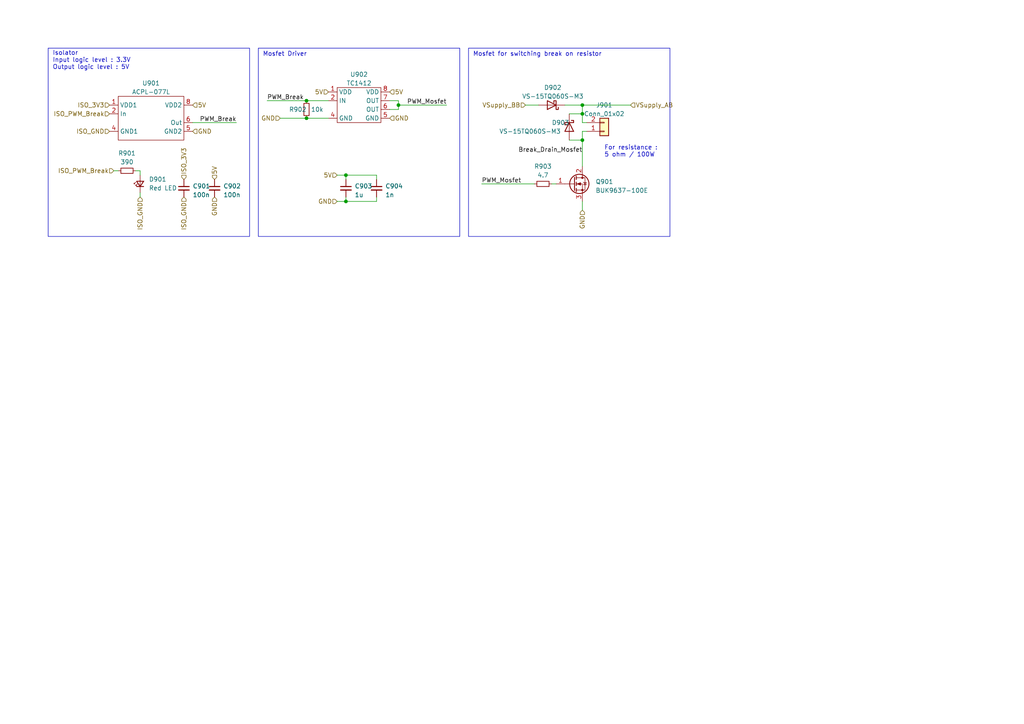
<source format=kicad_sch>
(kicad_sch (version 20250114) (generator "eeschema") (generator_version "9.0")
  (paper "A4")
  (title_block (title "AAP Inverter") (date "2023-05-01") (company "ENSEA"))
  (lib_symbols
    (symbol "Connector_Generic:Conn_01x02" (pin_names (offset 1.016) (hide yes))
      (property "Reference" "J" (at 0 2.54 0))
      (property "Value" "Conn_01x02" (at 0 -5.08 0))
      (symbol "Conn_01x02_1_1"
        (rectangle (start -1.27 1.27) (end 1.27 -3.81) (stroke (width 0.254)) (fill (type background)))
        (rectangle (start -1.27 0.127) (end 0 -0.127) (stroke (width 0.1524)))
        (rectangle (start -1.27 -2.413) (end 0 -2.667) (stroke (width 0.1524)))
        (pin passive line (at -5.08 0 0) (length 3.81) (name "Pin_1") (number "1"))
        (pin passive line (at -5.08 -2.54 0) (length 3.81) (name "Pin_2") (number "2"))
      )
    )
    (symbol "Custom:ACPL-077L"
      (property "Reference" "U" (at 6.35 -7.62 0))
      (property "Value" "ACPL-077L" (at 0 7.62 0))
      (symbol "ACPL-077L_0_1"
        (rectangle (start -10.16 6.35) (end 8.89 -6.35))
      )
      (symbol "ACPL-077L_1_1"
        (pin power_in line (at -12.7 3.81 0) (length 2.54) (name "VDD1") (number "1"))
        (pin input line (at -12.7 1.27 0) (length 2.54) (name "In") (number "2"))
        (pin no_connect line (at -12.7 -1.27 0) (length 2.54) (hide yes) (name "NC") (number "3"))
        (pin power_in line (at -12.7 -3.81 0) (length 2.54) (name "GND1") (number "4"))
        (pin power_in line (at 11.43 3.81 180) (length 2.54) (name "VDD2") (number "8"))
        (pin no_connect line (at 11.43 1.27 180) (length 2.54) (hide yes) (name "NC") (number "7"))
        (pin output line (at 11.43 -1.27 180) (length 2.54) (name "Out") (number "6"))
        (pin power_in line (at 11.43 -3.81 180) (length 2.54) (name "GND2") (number "5"))
      )
    )
    (symbol "Custom:TC1412"
      (property "Reference" "U" (at 3.81 -6.35 0))
      (property "Value" "TC1412" (at 0 6.35 0))
      (symbol "TC1412_0_1"
        (rectangle (start -6.35 5.08) (end 6.35 -5.08))
      )
      (symbol "TC1412_1_1"
        (pin power_in line (at -8.89 3.81 0) (length 2.54) (name "VDD") (number "1"))
        (pin input line (at -8.89 1.27 0) (length 2.54) (name "IN") (number "2"))
        (pin no_connect line (at -8.89 -1.27 0) (length 2.54) (hide yes) (name "NC") (number "3"))
        (pin power_in line (at -8.89 -3.81 0) (length 2.54) (name "GND") (number "4"))
        (pin power_in line (at 8.89 3.81 180) (length 2.54) (name "VDD") (number "8"))
        (pin passive line (at 8.89 1.27 180) (length 2.54) (name "OUT") (number "7"))
        (pin passive line (at 8.89 -1.27 180) (length 2.54) (name "OUT") (number "6"))
        (pin power_in line (at 8.89 -3.81 180) (length 2.54) (name "GND") (number "5"))
      )
    )
    (symbol "Device:C_Small" (pin_numbers (hide yes)) (pin_names (offset 0.254) (hide yes))
      (property "Reference" "C" (at 0.254 1.778 0))
      (property "Value" "C_Small" (at 0.254 -2.032 0))
      (symbol "C_Small_0_1"
        (polyline (pts (xy -1.524 0.508) (xy 1.524 0.508)) (stroke (width 0.3048)))
        (polyline (pts (xy -1.524 -0.508) (xy 1.524 -0.508)) (stroke (width 0.3302)))
      )
      (symbol "C_Small_1_1"
        (pin passive line (at 0 2.54 270) (length 2.032) (name "~") (number "1"))
        (pin passive line (at 0 -2.54 90) (length 2.032) (name "~") (number "2"))
      )
    )
    (symbol "Device:D_Schottky" (pin_numbers (hide yes)) (pin_names (offset 1.016) (hide yes))
      (property "Reference" "D902" (at -0.3175 -5.08 0))
      (property "Value" "VS-15TQ060S-M3" (at -0.3175 -2.54 0))
      (symbol "D_Schottky_0_1"
        (polyline (pts (xy -1.905 0.635) (xy -1.905 1.27) (xy -1.27 1.27) (xy -1.27 -1.27) (xy -0.635 -1.27) (xy -0.635 -0.635)) (stroke (width 0.254)))
        (polyline (pts (xy 1.27 1.27) (xy 1.27 -1.27) (xy -1.27 0) (xy 1.27 1.27)) (stroke (width 0.254)))
        (polyline (pts (xy 1.27 0) (xy -1.27 0)))
      )
      (symbol "D_Schottky_1_1"
        (pin passive line (at -3.81 0 0) (length 2.54) (name "K") (number "2"))
        (pin passive line (at 3.81 0 180) (length 2.54) (name "A") (number "3"))
      )
    )
    (symbol "Device:LED_Small" (pin_numbers (hide yes)) (pin_names (offset 0.254) (hide yes))
      (property "Reference" "D" (at -1.27 3.175 0))
      (property "Value" "LED_Small" (at -4.445 -2.54 0))
      (symbol "LED_Small_0_1"
        (polyline (pts (xy -0.762 -1.016) (xy -0.762 1.016)) (stroke (width 0.254)))
        (polyline (pts (xy 0 0.762) (xy -0.508 1.27) (xy -0.254 1.27) (xy -0.508 1.27) (xy -0.508 1.016)))
        (polyline (pts (xy 0.508 1.27) (xy 0 1.778) (xy 0.254 1.778) (xy 0 1.778) (xy 0 1.524)))
        (polyline (pts (xy 0.762 -1.016) (xy -0.762 0) (xy 0.762 1.016) (xy 0.762 -1.016)) (stroke (width 0.254)))
        (polyline (pts (xy 1.016 0) (xy -0.762 0)))
      )
      (symbol "LED_Small_1_1"
        (pin passive line (at -2.54 0 0) (length 1.778) (name "K") (number "1"))
        (pin passive line (at 2.54 0 180) (length 1.778) (name "A") (number "2"))
      )
    )
    (symbol "Device:R_Small" (pin_numbers (hide yes)) (pin_names (offset 0.254) (hide yes))
      (property "Reference" "R" (at 0.762 0.508 0))
      (property "Value" "R_Small" (at 0.762 -1.016 0))
      (symbol "R_Small_0_1"
        (rectangle (start -0.762 1.778) (end 0.762 -1.778) (stroke (width 0.2032)))
      )
      (symbol "R_Small_1_1"
        (pin passive line (at 0 2.54 270) (length 0.762) (name "~") (number "1"))
        (pin passive line (at 0 -2.54 90) (length 0.762) (name "~") (number "2"))
      )
    )
    (symbol "Transistor_FET:IRFS4229" (pin_names (hide yes))
      (property "Reference" "Q" (at 5.08 1.905 0))
      (property "Value" "IRFS4229" (at 5.08 0 0))
      (symbol "IRFS4229_0_1"
        (polyline (pts (xy 0.254 1.905) (xy 0.254 -1.905)) (stroke (width 0.254)))
        (polyline (pts (xy 0.254 0) (xy -2.54 0)))
        (polyline (pts (xy 0.762 2.286) (xy 0.762 1.27)) (stroke (width 0.254)))
        (polyline (pts (xy 0.762 0.508) (xy 0.762 -0.508)) (stroke (width 0.254)))
        (polyline (pts (xy 0.762 -1.27) (xy 0.762 -2.286)) (stroke (width 0.254)))
        (polyline (pts (xy 0.762 -1.778) (xy 3.302 -1.778) (xy 3.302 1.778) (xy 0.762 1.778)))
        (polyline (pts (xy 1.016 0) (xy 2.032 0.381) (xy 2.032 -0.381) (xy 1.016 0)) (fill (type outline)))
        (circle (center 1.651 0) (radius 2.794) (stroke (width 0.254)))
        (polyline (pts (xy 2.54 2.54) (xy 2.54 1.778)))
        (circle (center 2.54 1.778) (radius 0.254) (fill (type outline)))
        (circle (center 2.54 -1.778) (radius 0.254) (fill (type outline)))
        (polyline (pts (xy 2.54 -2.54) (xy 2.54 0) (xy 0.762 0)))
        (polyline (pts (xy 2.794 0.508) (xy 2.921 0.381) (xy 3.683 0.381) (xy 3.81 0.254)))
        (polyline (pts (xy 3.302 0.381) (xy 2.921 -0.254) (xy 3.683 -0.254) (xy 3.302 0.381)))
      )
      (symbol "IRFS4229_1_1"
        (pin passive line (at -5.08 0 0) (length 2.54) (name "G") (number "1"))
        (pin passive line (at 2.54 5.08 270) (length 2.54) (name "D") (number "2"))
        (pin passive line (at 2.54 -5.08 90) (length 2.54) (name "S") (number "3"))
      )
    )
  )
  (rectangle (start 74.93 13.97) (end 133.35 68.58))
  (rectangle (start 13.97 13.97) (end 72.39 68.58))
  (rectangle (start 135.89 13.97) (end 194.31 68.58))
  (text "Isolator\nInput logic level : 3.3V\nOutput logic level : 5V" (at 15.24 20.32 0) (effects (font (size 1.27 1.27)) (justify left bottom)))
  (text "For resistance :\n5 ohm / 100W" (at 175.26 45.72 0) (effects (font (size 1.27 1.27)) (justify left bottom)))
  (text "Mosfet for switching break on resistor" (at 137.16 16.51 0) (effects (font (size 1.27 1.27)) (justify left bottom)))
  (text "Mosfet Driver" (at 76.2 16.51 0) (effects (font (size 1.27 1.27)) (justify left bottom)))
  (junction (at 115.57 30.48))
  (junction (at 168.91 33.02))
  (junction (at 168.91 40.64))
  (junction (at 88.9 29.21))
  (junction (at 100.33 58.42))
  (junction (at 168.91 30.48))
  (junction (at 88.9 34.29))
  (junction (at 100.33 50.8))
  (wire (pts (xy 115.57 29.21) (xy 115.57 30.48)))
  (wire (pts (xy 170.18 35.56) (xy 168.91 35.56)))
  (wire (pts (xy 163.83 30.48) (xy 168.91 30.48)))
  (wire (pts (xy 100.33 50.8) (xy 109.22 50.8)))
  (wire (pts (xy 81.28 34.29) (xy 88.9 34.29)))
  (wire (pts (xy 168.91 38.1) (xy 168.91 40.64)))
  (wire (pts (xy 115.57 30.48) (xy 129.54 30.48)))
  (wire (pts (xy 152.4 30.48) (xy 156.21 30.48)))
  (wire (pts (xy 97.79 50.8) (xy 100.33 50.8)))
  (wire (pts (xy 88.9 34.29) (xy 95.25 34.29)))
  (wire (pts (xy 165.1 33.02) (xy 168.91 33.02)))
  (wire (pts (xy 115.57 30.48) (xy 115.57 31.75)))
  (wire (pts (xy 168.91 40.64) (xy 168.91 48.26)))
  (wire (pts (xy 109.22 58.42) (xy 109.22 57.15)))
  (wire (pts (xy 40.64 50.8) (xy 40.64 49.53)))
  (wire (pts (xy 55.88 35.56) (xy 68.58 35.56)))
  (wire (pts (xy 100.33 57.15) (xy 100.33 58.42)))
  (wire (pts (xy 168.91 33.02) (xy 168.91 35.56)))
  (wire (pts (xy 40.64 55.88) (xy 40.64 57.15)))
  (wire (pts (xy 100.33 50.8) (xy 100.33 52.07)))
  (wire (pts (xy 100.33 58.42) (xy 109.22 58.42)))
  (wire (pts (xy 168.91 30.48) (xy 168.91 33.02)))
  (wire (pts (xy 77.47 29.21) (xy 88.9 29.21)))
  (wire (pts (xy 33.02 49.53) (xy 34.29 49.53)))
  (wire (pts (xy 160.02 53.34) (xy 161.29 53.34)))
  (wire (pts (xy 168.91 30.48) (xy 182.88 30.48)))
  (wire (pts (xy 88.9 29.21) (xy 95.25 29.21)))
  (wire (pts (xy 165.1 40.64) (xy 168.91 40.64)))
  (wire (pts (xy 168.91 58.42) (xy 168.91 60.96)))
  (wire (pts (xy 39.37 49.53) (xy 40.64 49.53)))
  (wire (pts (xy 170.18 38.1) (xy 168.91 38.1)))
  (wire (pts (xy 113.03 31.75) (xy 115.57 31.75)))
  (wire (pts (xy 97.79 58.42) (xy 100.33 58.42)))
  (wire (pts (xy 139.7 53.34) (xy 154.94 53.34)))
  (wire (pts (xy 109.22 50.8) (xy 109.22 52.07)))
  (wire (pts (xy 113.03 29.21) (xy 115.57 29.21)))
  (label "PWM_Break" (at 68.58 35.56 180))
  (label "PWM_Mosfet" (at 139.7 53.34 0))
  (label "PWM_Break" (at 77.47 29.21 0))
  (label "PWM_Mosfet" (at 129.54 30.48 180))
  (label "Break_Drain_Mosfet" (at 168.91 44.45 180))
  (hierarchical_label "ISO_3V3" (shape input) (at 31.75 30.48 180))
  (hierarchical_label "GND" (shape input) (at 62.23 57.15 270))
  (hierarchical_label "GND" (shape input) (at 113.03 34.29 0))
  (hierarchical_label "5V" (shape input) (at 113.03 26.67 0))
  (hierarchical_label "5V" (shape input) (at 55.88 30.48 0))
  (hierarchical_label "GND" (shape input) (at 97.79 58.42 180))
  (hierarchical_label "VSupply_AB" (shape input) (at 182.88 30.48 0))
  (hierarchical_label "GND" (shape input) (at 168.91 60.96 270))
  (hierarchical_label "5V" (shape input) (at 97.79 50.8 180))
  (hierarchical_label "5V" (shape input) (at 62.23 52.07 90))
  (hierarchical_label "ISO_GND" (shape input) (at 40.64 57.15 270))
  (hierarchical_label "ISO_PWM_Break" (shape input) (at 33.02 49.53 180))
  (hierarchical_label "GND" (shape input) (at 81.28 34.29 180))
  (hierarchical_label "ISO_GND" (shape input) (at 31.75 38.1 180))
  (hierarchical_label "GND" (shape input) (at 55.88 38.1 0))
  (hierarchical_label "5V" (shape input) (at 95.25 26.67 180))
  (hierarchical_label "ISO_3V3" (shape input) (at 53.34 52.07 90))
  (hierarchical_label "ISO_GND" (shape input) (at 53.34 57.15 270))
  (hierarchical_label "ISO_PWM_Break" (shape input) (at 31.75 33.02 180))
  (hierarchical_label "VSupply_BB" (shape input) (at 152.4 30.48 180))
  (symbol (lib_id "Custom:TC1412") (at 104.14 30.48 0) (unit 1)
    (property "Reference" "U902" (at 104.14 21.59 0))
    (property "Value" "TC1412" (at 104.14 24.13 0))
    (property "Footprint" "Package_SO:SOIC-8_3.9x4.9mm_P1.27mm" (effects (hide yes)))
    (property "Fournisseur" "RS" (effects (hide yes)))
    (property "MFR" "TC1412NEOA" (effects (hide yes)))
    (property "Ref" "1834898" (effects (hide yes)))
  )
  (symbol (lib_id "Device:R_Small") (at 157.48 53.34 90) (unit 1)
    (property "Reference" "R903" (at 157.48 48.26 90))
    (property "Value" "4.7" (at 157.48 50.8 90))
    (property "Footprint" "Resistor_SMD:R_1206_3216Metric" (effects (hide yes)))
    (property "Fournisseur" "Stock" (effects (hide yes)))
  )
  (symbol (lib_id "Device:C_Small") (at 100.33 54.61 0) (unit 1)
    (property "Reference" "C903" (at 102.87 53.9813 0) (effects (justify left)))
    (property "Value" "1u" (at 102.87 56.5213 0) (effects (justify left)))
    (property "Footprint" "Capacitor_SMD:C_0402_1005Metric" (effects (hide yes)))
    (property "Fournisseur" "Wurth" (effects (hide yes)))
    (property "MFR" "885 012 105 012" (effects (hide yes)))
  )
  (symbol (lib_id "Device:C_Small") (at 53.34 54.61 0) (unit 1)
    (property "Reference" "C901" (at 55.88 53.9813 0) (effects (justify left)))
    (property "Value" "100n" (at 55.88 56.5213 0) (effects (justify left)))
    (property "Footprint" "Capacitor_SMD:C_0402_1005Metric" (effects (hide yes)))
    (property "Fournisseur" "Wurth" (effects (hide yes)))
    (property "MFR" "885 012 105 018" (effects (hide yes)))
  )
  (symbol (lib_id "Device:D_Schottky") (at 160.02 30.48 180) (unit 1)
    (property "Reference" "D902" (at 160.3375 25.4 0))
    (property "Value" "VS-15TQ060S-M3" (at 160.3375 27.94 0))
    (property "Footprint" "Package_TO_SOT_SMD:TO-263-2" (effects (hide yes)))
    (property "Datasheet" "https://www.vishay.com/docs/94927/vs-15tq060s-m3.pdf" (effects (hide yes)))
    (property "Fournisseur" "Farnell" (effects (hide yes)))
    (property "MFR" "VS-15TQ060S-M3" (effects (hide yes)))
    (property "Ref" "2909608" (effects (hide yes)))
  )
  (symbol (lib_id "Device:D_Schottky") (at 165.1 36.83 270) (unit 1)
    (property "Reference" "D903" (at 160.02 35.56 90) (effects (justify left)))
    (property "Value" "VS-15TQ060S-M3" (at 144.78 38.1 90) (effects (justify left)))
    (property "Footprint" "Package_TO_SOT_SMD:TO-263-2" (effects (hide yes)))
    (property "Datasheet" "https://www.vishay.com/docs/94927/vs-15tq060s-m3.pdf" (effects (hide yes)))
    (property "Fournisseur" "Farnell" (effects (hide yes)))
    (property "MFR" "VS-15TQ060S-M3" (effects (hide yes)))
    (property "Ref" "2909608" (effects (hide yes)))
  )
  (symbol (lib_id "Device:LED_Small") (at 40.64 53.34 90) (unit 1)
    (property "Reference" "D901" (at 43.18 52.0065 90) (effects (justify right)))
    (property "Value" "Red LED" (at 43.18 54.5465 90) (effects (justify right)))
    (property "Footprint" "LED_SMD:LED_0603_1608Metric" (effects (hide yes)))
    (property "Fournisseur" "Wurth" (effects (hide yes)))
    (property "MFR" "150 060 RS5 504 0" (effects (hide yes)))
  )
  (symbol (lib_id "Device:R_Small") (at 88.9 31.75 0) (unit 1)
    (property "Reference" "R902" (at 83.82 31.75 0) (effects (justify left)))
    (property "Value" "10k" (at 90.17 31.75 0) (effects (justify left)))
    (property "Footprint" "Resistor_SMD:R_0402_1005Metric" (effects (hide yes)))
    (property "Fournisseur" "Farnell" (effects (hide yes)))
    (property "MFR" "MC00625W0402110K" (effects (hide yes)))
    (property "Ref" "2130433" (effects (hide yes)))
  )
  (symbol (lib_id "Custom:ACPL-077L") (at 44.45 34.29 0) (unit 1)
    (property "Reference" "U901" (at 43.815 24.13 0))
    (property "Value" "ACPL-077L" (at 43.815 26.67 0))
    (property "Footprint" "Package_SO:SO-8_3.9x4.9mm_P1.27mm" (effects (hide yes)))
    (property "Fournisseur" "RS" (effects (hide yes)))
    (property "MFR" "ACPL-077L-500E" (effects (hide yes)))
    (property "Ref" "230-5293" (effects (hide yes)))
  )
  (symbol (lib_id "Transistor_FET:IRFS4229") (at 166.37 53.34 0) (unit 1)
    (property "Reference" "Q901" (at 172.72 52.705 0) (effects (justify left)))
    (property "Value" "BUK9637-100E" (at 172.72 55.245 0) (effects (justify left)))
    (property "Footprint" "Package_TO_SOT_SMD:TO-263-2" (effects (hide yes)))
    (property "Ref" "2254193" (effects (hide yes)))
    (property "Fournisseur" "Farnell" (effects (hide yes)))
    (property "MFR" "BUK9637-100E,118" (effects (hide yes)))
  )
  (symbol (lib_id "Device:C_Small") (at 109.22 54.61 0) (unit 1)
    (property "Reference" "C904" (at 111.76 53.9813 0) (effects (justify left)))
    (property "Value" "1n" (at 111.76 56.5213 0) (effects (justify left)))
    (property "Footprint" "Capacitor_SMD:C_0402_1005Metric" (effects (hide yes)))
    (property "Fournisseur" "Wurth" (effects (hide yes)))
    (property "MFR" "885 012 205 044" (effects (hide yes)))
  )
  (symbol (lib_id "Connector_Generic:Conn_01x02") (at 175.26 38.1 0) (mirror x) (unit 1)
    (property "Reference" "J901" (at 175.26 30.48 0))
    (property "Value" "Conn_01x02" (at 175.26 33.02 0))
    (property "Footprint" "Custom:691311500102" (effects (hide yes)))
    (property "Datasheet" "https://www.we-online.com/components/products/datasheet/691311500102.pdf" (effects (hide yes)))
    (property "MFR" "691 311 700 102" (effects (hide yes)))
    (property "Fournisseur" "Wurth" (effects (hide yes)))
  )
  (symbol (lib_id "Device:R_Small") (at 36.83 49.53 90) (unit 1)
    (property "Reference" "R901" (at 36.83 44.45 90))
    (property "Value" "390" (at 36.83 46.99 90))
    (property "Footprint" "Resistor_SMD:R_0402_1005Metric" (effects (hide yes)))
    (property "Fournisseur" "Farnell" (effects (hide yes)))
    (property "MFR" "CRCW0402390RFKEDC" (effects (hide yes)))
    (property "Ref" "4177482" (effects (hide yes)))
  )
  (symbol (lib_id "Device:C_Small") (at 62.23 54.61 0) (unit 1)
    (property "Reference" "C902" (at 64.77 53.9813 0) (effects (justify left)))
    (property "Value" "100n" (at 64.77 56.5213 0) (effects (justify left)))
    (property "Footprint" "Capacitor_SMD:C_0402_1005Metric" (effects (hide yes)))
    (property "Fournisseur" "Wurth" (effects (hide yes)))
    (property "MFR" "885 012 105 018" (effects (hide yes)))
  )
)
</source>
